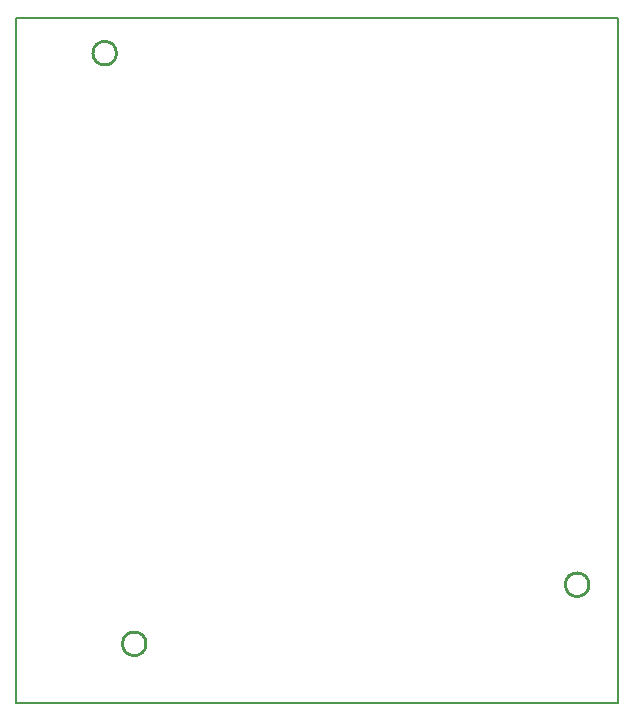
<source format=gko>
G04 Layer_Color=16711935*
%FSLAX43Y43*%
%MOMM*%
G71*
G01*
G75*
%ADD32C,0.254*%
%ADD42C,0.170*%
D32*
X11000Y5000D02*
G03*
X11000Y5000I-1000J0D01*
G01*
X8500Y55000D02*
G03*
X8500Y55000I-1000J0D01*
G01*
X48500Y10000D02*
G03*
X48500Y10000I-1000J0D01*
G01*
D42*
X0Y0D02*
Y58000D01*
X51000D01*
Y0D02*
Y58000D01*
X0Y0D02*
X51000D01*
M02*

</source>
